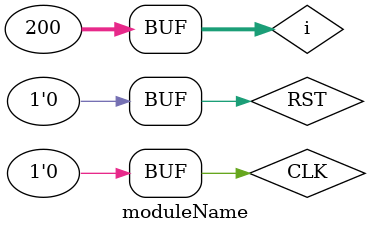
<source format=v>
module moduleName ();

reg CLK;
wire [31:0] OUT;
reg RST;
integer i;
SingleCpu SingleCpu1 (.CLK(CLK), .RST(RST), .OUT(OUT));

initial begin
    RST = 1;
    CLK = 0;
    #50;
    CLK = 1;
    #50
    RST = 0;
    CLK = 0;
    #50
    for(i=0; i<200; i=i+1) begin
        CLK = 1;
        #50
        CLK = 0;
        #50;
    end


end


// always begin
//     #6 CLK=0;
//     #4 CLK=1;
// end

    
endmodule
</source>
